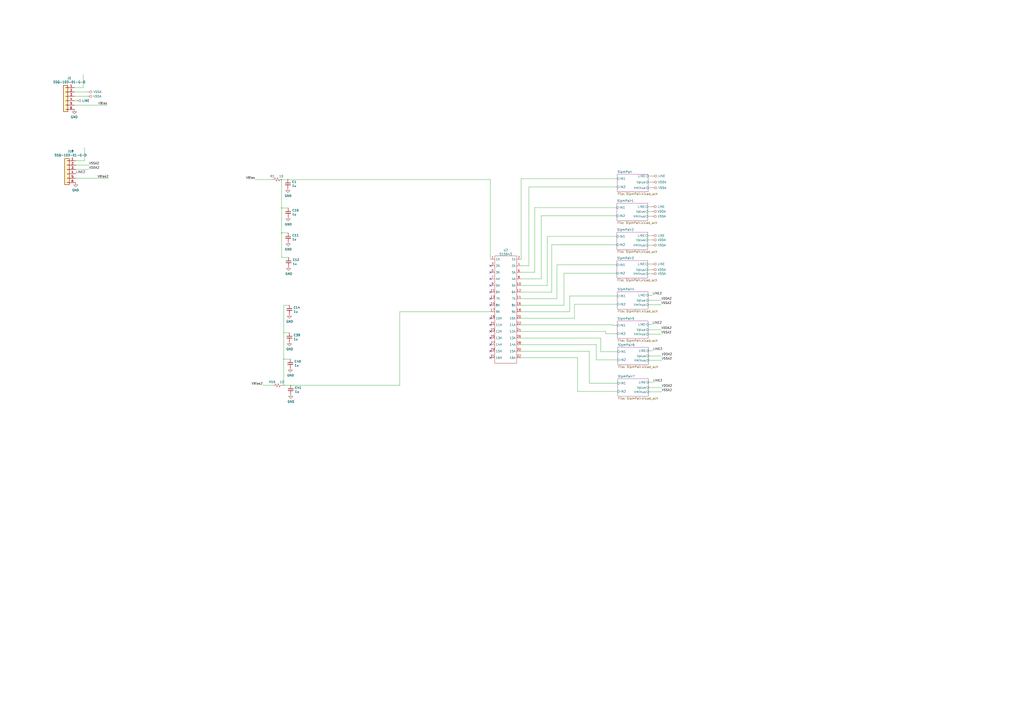
<source format=kicad_sch>
(kicad_sch (version 20211123) (generator eeschema)
  (paper "A2")
  (lib_symbols
    (symbol "Connector_Generic:Conn_01x06" (pin_names (offset 1.016) hide)
      (property "Reference" "J" (at 0 7.62 0))
      (property "Value" "Conn_01x06" (at 0 -10.16 0))
      (symbol "Conn_01x06_1_1"
        (rectangle (start -1.27 -7.493) (end 0 -7.747) (stroke (width 0.1524)))
        (rectangle (start -1.27 -4.953) (end 0 -5.207) (stroke (width 0.1524)))
        (rectangle (start -1.27 -2.413) (end 0 -2.667) (stroke (width 0.1524)))
        (rectangle (start -1.27 0.127) (end 0 -0.127) (stroke (width 0.1524)))
        (rectangle (start -1.27 2.667) (end 0 2.413) (stroke (width 0.1524)))
        (rectangle (start -1.27 5.207) (end 0 4.953) (stroke (width 0.1524)))
        (rectangle (start -1.27 6.35) (end 1.27 -8.89) (stroke (width 0.254)) (fill (type background)))
        (pin passive line (at -5.08 5.08 0) (length 3.81) (name "Pin_1") (number "1"))
        (pin passive line (at -5.08 2.54 0) (length 3.81) (name "Pin_2") (number "2"))
        (pin passive line (at -5.08 0 0) (length 3.81) (name "Pin_3") (number "3"))
        (pin passive line (at -5.08 -2.54 0) (length 3.81) (name "Pin_4") (number "4"))
        (pin passive line (at -5.08 -5.08 0) (length 3.81) (name "Pin_5") (number "5"))
        (pin passive line (at -5.08 -7.62 0) (length 3.81) (name "Pin_6") (number "6"))
      )
    )
    (symbol "Device:C_Small" (pin_numbers hide) (pin_names (offset 0.254) hide)
      (property "Reference" "C" (at 0.254 1.778 0))
      (property "Value" "C_Small" (at 0.254 -2.032 0))
      (symbol "C_Small_0_1"
        (polyline (pts (xy -1.524 -0.508) (xy 1.524 -0.508)) (stroke (width 0.3302)))
        (polyline (pts (xy -1.524 0.508) (xy 1.524 0.508)) (stroke (width 0.3048)))
      )
      (symbol "C_Small_1_1"
        (pin passive line (at 0 2.54 270) (length 2.032) (name "~") (number "1"))
        (pin passive line (at 0 -2.54 90) (length 2.032) (name "~") (number "2"))
      )
    )
    (symbol "Device:R_Small_US" (pin_numbers hide) (pin_names (offset 0.254) hide)
      (property "Reference" "R" (at 0.762 0.508 0))
      (property "Value" "R_Small_US" (at 0.762 -1.016 0))
      (symbol "R_Small_US_1_1"
        (polyline (pts (xy 0 0) (xy 1.016 -0.381) (xy 0 -0.762) (xy -1.016 -1.143) (xy 0 -1.524)))
        (polyline (pts (xy 0 1.524) (xy 1.016 1.143) (xy 0 0.762) (xy -1.016 0.381) (xy 0 0)))
        (pin passive line (at 0 2.54 270) (length 1.016) (name "~") (number "1"))
        (pin passive line (at 0 -2.54 90) (length 1.016) (name "~") (number "2"))
      )
    )
    (symbol "power:GND" (power) (pin_names (offset 0))
      (property "Value" "GND" (at 0 -3.81 0))
      (symbol "GND_0_1"
        (polyline (pts (xy 0 0) (xy 0 -1.27) (xy 1.27 -1.27) (xy 0 -2.54) (xy -1.27 -1.27) (xy 0 -1.27)))
      )
      (symbol "GND_1_1"
        (pin power_in line (at 0 0 270) (length 0) hide (name "GND") (number "1"))
      )
    )
    (symbol "power:LINE" (power) (pin_names (offset 0))
      (property "Value" "LINE" (at 0 3.81 0))
      (symbol "LINE_0_1"
        (polyline (pts (xy 0 0) (xy 0 1.27)))
        (circle (center 0 1.905) (radius 0.635))
      )
      (symbol "LINE_1_1"
        (pin power_in line (at 0 0 90) (length 0) hide (name "LINE") (number "1"))
      )
    )
    (symbol "power:VDDA" (power) (pin_names (offset 0))
      (property "Value" "VDDA" (at 0 3.81 0))
      (symbol "VDDA_0_1"
        (polyline (pts (xy 0 0) (xy 0 1.27)))
        (circle (center 0 1.905) (radius 0.635))
      )
      (symbol "VDDA_1_1"
        (pin power_in line (at 0 0 90) (length 0) hide (name "VDDA") (number "1"))
      )
    )
    (symbol "power:VSSA" (power) (pin_names (offset 0))
      (property "Value" "VSSA" (at 0 3.81 0))
      (symbol "VSSA_0_1"
        (polyline (pts (xy 0 0) (xy 0 1.27)))
        (circle (center 0 1.905) (radius 0.635))
      )
      (symbol "VSSA_1_1"
        (pin power_in line (at 0 0 90) (length 0) hide (name "VSSA") (number "1"))
      )
    )
    (symbol "sipm:S15643"
      (property "Reference" "U" (at 0 21.59 0))
      (property "Value" "S15643" (at 0 24.13 0))
      (symbol "S15643_0_1"
        (rectangle (start -6.35 19.685) (end 6.35 -42.545) (stroke (width 0.1524)))
      )
      (symbol "S15643_1_1"
        (pin input line (at -8.89 17.78 0) (length 2.54) (name "1K") (number "1"))
        (pin output line (at 8.89 2.54 180) (length 2.54) (name "5A") (number "10"))
        (pin input line (at -8.89 -1.27 0) (length 2.54) (name "6K") (number "11"))
        (pin output line (at 8.89 -1.27 180) (length 2.54) (name "6A") (number "12"))
        (pin input line (at -8.89 -5.08 0) (length 2.54) (name "7K") (number "13"))
        (pin output line (at 8.89 -5.08 180) (length 2.54) (name "7A") (number "14"))
        (pin input line (at -8.89 -8.89 0) (length 2.54) (name "8K") (number "15"))
        (pin output line (at 8.89 -8.89 180) (length 2.54) (name "8A") (number "16"))
        (pin input line (at -8.89 -12.7 0) (length 2.54) (name "9K") (number "17"))
        (pin output line (at 8.89 -12.7 180) (length 2.54) (name "9A") (number "18"))
        (pin input line (at -8.89 -16.51 0) (length 2.54) (name "10K") (number "19"))
        (pin output line (at 8.89 17.78 180) (length 2.54) (name "1A") (number "2"))
        (pin output line (at 8.89 -16.51 180) (length 2.54) (name "10A") (number "20"))
        (pin input line (at -8.89 -20.32 0) (length 2.54) (name "11K") (number "21"))
        (pin output line (at 8.89 -20.32 180) (length 2.54) (name "11A") (number "22"))
        (pin input line (at -8.89 -24.13 0) (length 2.54) (name "12K") (number "23"))
        (pin output line (at 8.89 -24.13 180) (length 2.54) (name "12A") (number "24"))
        (pin input line (at -8.89 -27.94 0) (length 2.54) (name "13K") (number "25"))
        (pin output line (at 8.89 -27.94 180) (length 2.54) (name "13A") (number "26"))
        (pin input line (at -8.89 -31.75 0) (length 2.54) (name "14K") (number "27"))
        (pin output line (at 8.89 -31.75 180) (length 2.54) (name "14A") (number "28"))
        (pin input line (at -8.89 -35.56 0) (length 2.54) (name "15K") (number "29"))
        (pin input line (at -8.89 13.97 0) (length 2.54) (name "2K") (number "3"))
        (pin output line (at 8.89 -35.56 180) (length 2.54) (name "15A") (number "30"))
        (pin input line (at -8.89 -39.37 0) (length 2.54) (name "16K") (number "31"))
        (pin output line (at 8.89 -39.37 180) (length 2.54) (name "16A") (number "32"))
        (pin output line (at 8.89 13.97 180) (length 2.54) (name "2A") (number "4"))
        (pin input line (at -8.89 10.16 0) (length 2.54) (name "3K") (number "5"))
        (pin output line (at 8.89 10.16 180) (length 2.54) (name "3A") (number "6"))
        (pin input line (at -8.89 6.35 0) (length 2.54) (name "4K") (number "7"))
        (pin output line (at 8.89 6.35 180) (length 2.54) (name "4A") (number "8"))
        (pin input line (at -8.89 2.54 0) (length 2.54) (name "5K") (number "9"))
      )
    )
  )
  (junction (at 163.322 135.128) (diameter 0.3048))
  (junction (at 163.322 104.14) (diameter 0.3048))
  (junction (at 164.592 223.52) (diameter 0.3048))
  (junction (at 168.656 223.52) (diameter 0.3048))
  (junction (at 167.005 104.14) (diameter 0.3048))
  (junction (at 163.322 120.65) (diameter 0.3048))
  (junction (at 164.592 193.04) (diameter 0.3048))
  (junction (at 164.592 208.28) (diameter 0.3048))
  (no_connect (at 284.48 154.178))
  (no_connect (at 284.48 157.988))
  (no_connect (at 284.48 161.798))
  (no_connect (at 284.48 165.608))
  (no_connect (at 284.48 169.418))
  (no_connect (at 284.48 173.228))
  (no_connect (at 284.48 177.038))
  (no_connect (at 284.48 184.658))
  (no_connect (at 284.48 188.468))
  (no_connect (at 284.48 192.278))
  (no_connect (at 284.48 196.088))
  (no_connect (at 284.48 199.898))
  (no_connect (at 284.48 203.708))
  (no_connect (at 284.48 207.518))
  (wire (pts (xy 43.18 53.34) (xy 50.8 53.34)))
  (wire (pts (xy 43.18 60.96) (xy 62.23 60.96)))
  (wire (pts (xy 163.576 223.52) (xy 164.592 223.52)))
  (wire (pts (xy 164.592 223.52) (xy 168.656 223.52)))
  (wire (pts (xy 48.26 43.18) (xy 48.26 50.8)))
  (wire (pts (xy 43.18 58.42) (xy 44.45 58.42)))
  (wire (pts (xy 164.592 177.038) (xy 167.894 177.038)))
  (wire (pts (xy 43.942 93.218) (xy 49.022 93.218)))
  (wire (pts (xy 306.832 108.458) (xy 306.832 154.178)))
  (wire (pts (xy 306.832 154.178) (xy 302.26 154.178)))
  (wire (pts (xy 375.666 119.888) (xy 378.206 119.888)))
  (wire (pts (xy 302.26 180.848) (xy 330.454 180.848)))
  (wire (pts (xy 330.454 171.704) (xy 358.14 171.704)))
  (wire (pts (xy 330.454 180.848) (xy 330.454 171.704)))
  (wire (pts (xy 163.322 135.128) (xy 163.322 120.65)))
  (wire (pts (xy 335.026 207.518) (xy 302.26 207.518)))
  (wire (pts (xy 335.026 227.076) (xy 335.026 207.518)))
  (wire (pts (xy 358.394 227.076) (xy 335.026 227.076)))
  (wire (pts (xy 163.322 135.128) (xy 167.132 135.128)))
  (wire (pts (xy 323.088 153.67) (xy 323.088 173.228)))
  (wire (pts (xy 323.088 173.228) (xy 302.26 173.228)))
  (wire (pts (xy 357.886 153.67) (xy 323.088 153.67)))
  (wire (pts (xy 358.14 103.632) (xy 302.26 103.632)))
  (wire (pts (xy 375.92 176.784) (xy 383.54 176.784)))
  (wire (pts (xy 164.592 193.04) (xy 167.894 193.04)))
  (wire (pts (xy 164.592 208.28) (xy 164.592 223.52)))
  (wire (pts (xy 302.26 188.468) (xy 355.346 188.468)))
  (wire (pts (xy 355.346 188.468) (xy 355.346 188.722)))
  (wire (pts (xy 355.346 188.722) (xy 358.14 188.722)))
  (wire (pts (xy 163.322 135.128) (xy 163.322 149.352)))
  (wire (pts (xy 376.174 221.742) (xy 378.714 221.742)))
  (wire (pts (xy 164.592 193.04) (xy 164.592 208.28)))
  (wire (pts (xy 375.92 105.664) (xy 378.46 105.664)))
  (wire (pts (xy 376.174 206.502) (xy 383.794 206.502)))
  (wire (pts (xy 163.195 104.14) (xy 163.322 104.14)))
  (wire (pts (xy 163.322 104.14) (xy 167.005 104.14)))
  (wire (pts (xy 167.005 104.14) (xy 284.48 104.14)))
  (wire (pts (xy 306.832 108.458) (xy 358.14 108.458)))
  (wire (pts (xy 375.666 122.682) (xy 378.206 122.682)))
  (wire (pts (xy 43.18 55.88) (xy 50.8 55.88)))
  (wire (pts (xy 43.942 95.758) (xy 51.562 95.758)))
  (wire (pts (xy 375.92 188.214) (xy 378.46 188.214)))
  (wire (pts (xy 376.174 209.042) (xy 383.794 209.042)))
  (wire (pts (xy 375.92 193.802) (xy 383.54 193.802)))
  (wire (pts (xy 376.174 224.79) (xy 383.794 224.79)))
  (wire (pts (xy 302.26 196.088) (xy 348.488 196.088)))
  (wire (pts (xy 348.488 196.088) (xy 348.488 203.962)))
  (wire (pts (xy 348.488 203.962) (xy 358.394 203.962)))
  (wire (pts (xy 302.26 157.988) (xy 310.134 157.988)))
  (wire (pts (xy 310.134 120.396) (xy 357.886 120.396)))
  (wire (pts (xy 310.134 157.988) (xy 310.134 120.396)))
  (wire (pts (xy 164.592 177.038) (xy 164.592 193.04)))
  (wire (pts (xy 231.902 180.848) (xy 284.48 180.848)))
  (wire (pts (xy 231.902 223.52) (xy 231.902 180.848)))
  (wire (pts (xy 168.656 223.52) (xy 231.902 223.52)))
  (wire (pts (xy 320.04 141.986) (xy 320.04 169.418)))
  (wire (pts (xy 320.04 169.418) (xy 302.26 169.418)))
  (wire (pts (xy 357.886 141.986) (xy 320.04 141.986)))
  (wire (pts (xy 313.944 125.222) (xy 313.944 161.798)))
  (wire (pts (xy 313.944 161.798) (xy 302.26 161.798)))
  (wire (pts (xy 357.886 125.222) (xy 313.944 125.222)))
  (wire (pts (xy 375.666 139.192) (xy 378.206 139.192)))
  (wire (pts (xy 345.948 199.898) (xy 302.26 199.898)))
  (wire (pts (xy 345.948 208.788) (xy 345.948 199.898)))
  (wire (pts (xy 358.394 208.788) (xy 345.948 208.788)))
  (wire (pts (xy 163.322 104.14) (xy 163.322 120.65)))
  (wire (pts (xy 43.18 50.8) (xy 48.26 50.8)))
  (wire (pts (xy 375.666 156.464) (xy 378.206 156.464)))
  (wire (pts (xy 302.26 165.608) (xy 317.5 165.608)))
  (wire (pts (xy 317.5 137.16) (xy 357.886 137.16)))
  (wire (pts (xy 317.5 165.608) (xy 317.5 137.16)))
  (wire (pts (xy 302.26 203.708) (xy 341.884 203.708)))
  (wire (pts (xy 341.884 203.708) (xy 341.884 222.25)))
  (wire (pts (xy 341.884 222.25) (xy 358.394 222.25)))
  (wire (pts (xy 375.92 102.108) (xy 378.46 102.108)))
  (wire (pts (xy 152.4 223.52) (xy 158.496 223.52)))
  (wire (pts (xy 147.955 104.14) (xy 158.115 104.14)))
  (wire (pts (xy 302.26 192.278) (xy 351.282 192.278)))
  (wire (pts (xy 351.282 193.548) (xy 351.282 192.278)))
  (wire (pts (xy 358.14 193.548) (xy 351.282 193.548)))
  (wire (pts (xy 302.26 177.038) (xy 327.152 177.038)))
  (wire (pts (xy 327.152 158.496) (xy 357.886 158.496)))
  (wire (pts (xy 327.152 177.038) (xy 327.152 158.496)))
  (wire (pts (xy 302.26 103.632) (xy 302.26 150.368)))
  (wire (pts (xy 163.322 149.352) (xy 167.386 149.352)))
  (wire (pts (xy 375.666 136.652) (xy 378.206 136.652)))
  (wire (pts (xy 164.592 208.28) (xy 168.402 208.28)))
  (wire (pts (xy 375.92 108.966) (xy 378.46 108.966)))
  (wire (pts (xy 375.666 158.75) (xy 378.206 158.75)))
  (wire (pts (xy 375.92 171.196) (xy 378.46 171.196)))
  (wire (pts (xy 163.322 120.65) (xy 167.132 120.65)))
  (wire (pts (xy 375.92 174.244) (xy 383.54 174.244)))
  (wire (pts (xy 375.666 142.24) (xy 378.206 142.24)))
  (wire (pts (xy 333.248 176.53) (xy 333.248 184.658)))
  (wire (pts (xy 333.248 184.658) (xy 302.26 184.658)))
  (wire (pts (xy 358.14 176.53) (xy 333.248 176.53)))
  (wire (pts (xy 49.022 85.598) (xy 49.022 93.218)))
  (wire (pts (xy 376.174 227.33) (xy 383.794 227.33)))
  (wire (pts (xy 376.174 203.454) (xy 378.714 203.454)))
  (wire (pts (xy 284.48 104.14) (xy 284.48 150.368)))
  (wire (pts (xy 43.942 103.378) (xy 62.992 103.378)))
  (wire (pts (xy 375.666 153.162) (xy 378.206 153.162)))
  (wire (pts (xy 375.666 125.476) (xy 378.206 125.476)))
  (wire (pts (xy 375.92 191.262) (xy 383.54 191.262)))
  (wire (pts (xy 43.942 98.298) (xy 51.562 98.298)))
  (label "VBias" (at 147.955 104.14 180))
  (label "VBias" (at 62.23 60.96 180))
  (label "LINE2" (at 378.714 221.742 0))
  (label "VDDA2" (at 51.562 98.298 0))
  (label "VSSA2" (at 383.794 209.042 0))
  (label "VDDA2" (at 383.54 174.244 0))
  (label "VBias2" (at 62.992 103.378 180))
  (label "LINE2" (at 378.46 171.196 0))
  (label "LINE2" (at 378.714 203.454 0))
  (label "VDDA2" (at 383.5291 191.262 0))
  (label "VSSA2" (at 383.54 193.802 0))
  (label "VDDA2" (at 383.794 206.502 0))
  (label "VSSA2" (at 383.794 227.33 0))
  (label "LINE2" (at 378.4067 188.214 0))
  (label "VSSA2" (at 383.54 176.784 0))
  (label "LINE2" (at 43.942 100.838 0))
  (label "VSSA2" (at 51.562 95.758 0))
  (label "VDDA2" (at 383.794 224.79 0))
  (label "VBias2" (at 152.4 223.52 180))
  (symbol (lib_id "sipm:S15643") (at 293.37 168.148 0) (unit 1)
    (property "Reference" "U2" (at 293.37 145.0806 0))
    (property "Value" "S15643" (at 293.37 147.3793 0))
    (property "Footprint" "S13615-1025:AF210729-S14160-x16" (effects hide))
  )
  (symbol (lib_id "power:GND") (at 167.005 109.22 0) (unit 1)
    (property "Reference" "#PWR0101" (effects hide))
    (property "Value" "GND" (at 167.132 113.6142 0))
  )
  (symbol (lib_id "power:GND") (at 167.894 198.12 0) (unit 1)
    (property "Reference" "#PWR0167" (effects hide))
    (property "Value" "GND" (at 168.021 202.5142 0))
  )
  (symbol (lib_id "Device:C_Small") (at 167.132 123.19 0) (unit 1)
    (property "Reference" "C10" (at 169.4688 122.0216 0) (effects (justify left)))
    (property "Value" "1u" (at 169.4688 124.333 0) (effects (justify left)))
    (property "Footprint" "Capacitor_SMD:C_0805_2012Metric" (effects hide))
  )
  (symbol (lib_id "power:VDDA") (at 378.46 105.664 270) (mirror x) (unit 1)
    (property "Reference" "#PWR0172" (effects hide))
    (property "Value" "VDDA" (at 381.635 105.664 90) (effects (justify left)))
  )
  (symbol (lib_id "power:VDDA") (at 378.206 122.682 270) (mirror x) (unit 1)
    (property "Reference" "#PWR0173" (effects hide))
    (property "Value" "VDDA" (at 381.381 122.682 90) (effects (justify left)))
  )
  (symbol (lib_id "Device:C_Small") (at 167.894 179.578 0) (unit 1)
    (property "Reference" "C14" (at 170.2308 178.4096 0) (effects (justify left)))
    (property "Value" "1u" (at 170.2308 180.721 0) (effects (justify left)))
    (property "Footprint" "Capacitor_SMD:C_0805_2012Metric" (effects hide))
  )
  (symbol (lib_id "power:VSSA") (at 378.206 142.24 270) (mirror x) (unit 1)
    (property "Reference" "#PWR0108" (effects hide))
    (property "Value" "VSSA" (at 383.921 142.24 90))
  )
  (symbol (lib_id "power:VSSA") (at 378.46 108.966 270) (mirror x) (unit 1)
    (property "Reference" "#PWR0170" (effects hide))
    (property "Value" "VSSA" (at 384.175 108.966 90))
  )
  (symbol (lib_id "power:VSSA") (at 50.8 53.34 270) (mirror x) (unit 1)
    (property "Reference" "#PWR0138" (effects hide))
    (property "Value" "VSSA" (at 56.515 53.34 90))
  )
  (symbol (lib_id "power:GND") (at 167.132 125.73 0) (unit 1)
    (property "Reference" "#PWR0103" (effects hide))
    (property "Value" "GND" (at 167.259 130.1242 0))
  )
  (symbol (lib_id "power:GND") (at 43.18 63.5 0) (mirror y) (unit 1)
    (property "Reference" "#PWR0137" (effects hide))
    (property "Value" "GND" (at 43.053 67.8942 0))
  )
  (symbol (lib_id "power:GND") (at 167.386 154.432 0) (unit 1)
    (property "Reference" "#PWR0122" (effects hide))
    (property "Value" "GND" (at 167.513 158.8262 0))
  )
  (symbol (lib_id "power:GND") (at 167.132 140.208 0) (unit 1)
    (property "Reference" "#PWR0117" (effects hide))
    (property "Value" "GND" (at 167.259 144.6022 0))
  )
  (symbol (lib_id "Device:C_Small") (at 168.402 210.82 0) (unit 1)
    (property "Reference" "C40" (at 170.7388 209.6516 0) (effects (justify left)))
    (property "Value" "1u" (at 170.7388 211.963 0) (effects (justify left)))
    (property "Footprint" "Capacitor_SMD:C_0805_2012Metric" (effects hide))
  )
  (symbol (lib_id "Device:R_Small_US") (at 160.655 104.14 90) (unit 1)
    (property "Reference" "R1" (at 159.385 102.235 90) (effects (justify left)))
    (property "Value" "10" (at 164.465 102.235 90) (effects (justify left)))
    (property "Footprint" "R_0402_1005Metric" (effects hide))
  )
  (symbol (lib_id "power:LINE") (at 378.206 136.652 270) (mirror x) (unit 1)
    (property "Reference" "#PWR0106" (effects hide))
    (property "Value" "LINE" (at 381.381 136.652 90) (effects (justify left)))
  )
  (symbol (lib_id "Device:C_Small") (at 167.894 195.58 0) (unit 1)
    (property "Reference" "C39" (at 170.2308 194.4116 0) (effects (justify left)))
    (property "Value" "1u" (at 170.2308 196.723 0) (effects (justify left)))
    (property "Footprint" "Capacitor_SMD:C_0805_2012Metric" (effects hide))
  )
  (symbol (lib_id "power:VDDA") (at 378.206 139.192 270) (mirror x) (unit 1)
    (property "Reference" "#PWR0107" (effects hide))
    (property "Value" "VDDA" (at 381.381 139.192 90) (effects (justify left)))
  )
  (symbol (lib_id "power:VDDA") (at 50.8 55.88 270) (mirror x) (unit 1)
    (property "Reference" "#PWR0136" (effects hide))
    (property "Value" "VDDA" (at 53.975 55.88 90) (effects (justify left)))
  )
  (symbol (lib_id "power:LINE") (at 378.46 102.108 270) (mirror x) (unit 1)
    (property "Reference" "#PWR0171" (effects hide))
    (property "Value" "LINE" (at 381.635 102.108 90) (effects (justify left)))
  )
  (symbol (lib_id "power:LINE") (at 44.45 58.42 270) (mirror x) (unit 1)
    (property "Reference" "#PWR0135" (effects hide))
    (property "Value" "LINE" (at 47.625 58.42 90) (effects (justify left)))
  )
  (symbol (lib_id "power:GND") (at 167.894 182.118 0) (unit 1)
    (property "Reference" "#PWR0124" (effects hide))
    (property "Value" "GND" (at 168.021 186.5122 0))
  )
  (symbol (lib_id "power:GND") (at 168.656 228.6 0) (unit 1)
    (property "Reference" "#PWR0169" (effects hide))
    (property "Value" "GND" (at 168.783 232.9942 0))
  )
  (symbol (lib_id "power:VSSA") (at 378.206 158.75 270) (mirror x) (unit 1)
    (property "Reference" "#PWR0115" (effects hide))
    (property "Value" "VSSA" (at 383.921 158.75 90))
  )
  (symbol (lib_id "power:LINE") (at 378.206 153.162 270) (mirror x) (unit 1)
    (property "Reference" "#PWR0114" (effects hide))
    (property "Value" "LINE" (at 381.381 153.162 90) (effects (justify left)))
  )
  (symbol (lib_id "Device:C_Small") (at 167.132 137.668 0) (unit 1)
    (property "Reference" "C11" (at 169.4688 136.4996 0) (effects (justify left)))
    (property "Value" "1u" (at 169.4688 138.811 0) (effects (justify left)))
    (property "Footprint" "Capacitor_SMD:C_0805_2012Metric" (effects hide))
  )
  (symbol (lib_id "Connector_Generic:Conn_01x06") (at 38.862 98.298 0) (mirror y) (unit 1)
    (property "Reference" "J18" (at 40.9448 87.7062 0))
    (property "Value" "SSQ-103-01-G-D" (at 40.9448 90.0176 0))
    (property "Footprint" "footprints:PinHeader_2x03_P2.54mm_Vertical" (effects hide))
  )
  (symbol (lib_id "Connector_Generic:Conn_01x06") (at 38.1 55.88 0) (mirror y) (unit 1)
    (property "Reference" "J1" (at 40.1828 45.2882 0))
    (property "Value" "SSQ-103-01-G-D" (at 40.1828 47.5996 0))
    (property "Footprint" "footprints:PinHeader_2x03_P2.54mm_Vertical" (effects hide))
  )
  (symbol (lib_id "Device:C_Small") (at 167.005 106.68 0) (unit 1)
    (property "Reference" "C1" (at 169.3418 105.5116 0) (effects (justify left)))
    (property "Value" "1u" (at 169.3418 107.823 0) (effects (justify left)))
    (property "Footprint" "Capacitor_SMD:C_0805_2012Metric" (effects hide))
  )
  (symbol (lib_id "Device:C_Small") (at 168.656 226.06 0) (unit 1)
    (property "Reference" "C41" (at 170.9928 224.8916 0) (effects (justify left)))
    (property "Value" "1u" (at 170.9928 227.203 0) (effects (justify left)))
    (property "Footprint" "Capacitor_SMD:C_0805_2012Metric" (effects hide))
  )
  (symbol (lib_id "power:GND") (at 168.402 213.36 0) (unit 1)
    (property "Reference" "#PWR0166" (effects hide))
    (property "Value" "GND" (at 168.529 217.7542 0))
  )
  (symbol (lib_id "Device:C_Small") (at 167.386 151.892 0) (unit 1)
    (property "Reference" "C12" (at 169.7228 150.7236 0) (effects (justify left)))
    (property "Value" "1u" (at 169.7228 153.035 0) (effects (justify left)))
    (property "Footprint" "Capacitor_SMD:C_0805_2012Metric" (effects hide))
  )
  (symbol (lib_id "power:GND") (at 43.942 105.918 0) (mirror y) (unit 1)
    (property "Reference" "#PWR0123" (effects hide))
    (property "Value" "GND" (at 43.815 110.3122 0))
  )
  (symbol (lib_id "power:LINE") (at 378.206 119.888 270) (mirror x) (unit 1)
    (property "Reference" "#PWR0174" (effects hide))
    (property "Value" "LINE" (at 381.381 119.888 90) (effects (justify left)))
  )
  (symbol (lib_id "power:VSSA") (at 378.206 125.476 270) (mirror x) (unit 1)
    (property "Reference" "#PWR0175" (effects hide))
    (property "Value" "VSSA" (at 383.921 125.476 90))
  )
  (symbol (lib_id "Device:R_Small_US") (at 161.036 223.52 90) (unit 1)
    (property "Reference" "R59" (at 159.766 221.615 90) (effects (justify left)))
    (property "Value" "10" (at 164.846 221.615 90) (effects (justify left)))
    (property "Footprint" "R_0402_1005Metric" (effects hide))
  )
  (symbol (lib_id "power:VDDA") (at 378.206 156.464 270) (mirror x) (unit 1)
    (property "Reference" "#PWR0110" (effects hide))
    (property "Value" "VDDA" (at 381.381 156.464 90) (effects (justify left)))
  )
  (sheet (at 357.886 151.13) (size 17.78 10.16) (stroke (width 0.0006) (color 132 0 132 1)) (fill (color 255 255 255 0.0000))
    (property "Sheet name" "SipmPair3" (at 357.886 150.4943 0) (effects (justify left bottom)))
    (property "Sheet file" "SipmPair.kicad_sch" (at 357.886 161.7987 0) (effects (justify left top)))
    (pin "IN2" input (at 357.886 158.496 180))
    (pin "IN1" input (at 357.886 153.67 180))
    (pin "LINE" input (at 375.666 153.162 0))
    (pin "Vplus" input (at 375.666 156.464 0))
    (pin "Vminus" input (at 375.666 158.75 0))
  )
  (sheet (at 358.394 201.422) (size 17.78 10.16) (stroke (width 0.0006) (color 132 0 132 1)) (fill (color 255 255 255 0.0000))
    (property "Sheet name" "SipmPair6" (at 358.394 200.7863 0) (effects (justify left bottom)))
    (property "Sheet file" "SipmPair.kicad_sch" (at 358.394 212.0907 0) (effects (justify left top)))
    (pin "IN2" input (at 358.394 208.788 180))
    (pin "IN1" input (at 358.394 203.962 180))
    (pin "LINE" input (at 376.174 203.454 0))
    (pin "Vplus" input (at 376.174 206.502 0))
    (pin "Vminus" input (at 376.174 209.042 0))
  )
  (sheet (at 358.14 169.164) (size 17.78 10.16) (stroke (width 0.0006) (color 132 0 132 1)) (fill (color 255 255 255 0.0000))
    (property "Sheet name" "SipmPair4" (at 358.14 168.5283 0) (effects (justify left bottom)))
    (property "Sheet file" "SipmPair.kicad_sch" (at 358.14 179.8327 0) (effects (justify left top)))
    (pin "IN2" input (at 358.14 176.53 180))
    (pin "IN1" input (at 358.14 171.704 180))
    (pin "LINE" input (at 375.92 171.196 0))
    (pin "Vplus" input (at 375.92 174.244 0))
    (pin "Vminus" input (at 375.92 176.784 0))
  )
  (sheet (at 357.886 134.62) (size 17.78 10.16) (stroke (width 0.0006) (color 132 0 132 1)) (fill (color 255 255 255 0.0000))
    (property "Sheet name" "SipmPair2" (at 357.886 133.9843 0) (effects (justify left bottom)))
    (property "Sheet file" "SipmPair.kicad_sch" (at 357.886 145.2887 0) (effects (justify left top)))
    (pin "IN2" input (at 357.886 141.986 180))
    (pin "IN1" input (at 357.886 137.16 180))
    (pin "LINE" input (at 375.666 136.652 0))
    (pin "Vplus" input (at 375.666 139.192 0))
    (pin "Vminus" input (at 375.666 142.24 0))
  )
  (sheet (at 357.886 117.856) (size 17.78 10.16) (stroke (width 0.0006) (color 132 0 132 1)) (fill (color 255 255 255 0.0000))
    (property "Sheet name" "SipmPair1" (at 357.886 117.2203 0) (effects (justify left bottom)))
    (property "Sheet file" "SipmPair.kicad_sch" (at 357.886 128.5247 0) (effects (justify left top)))
    (pin "IN2" input (at 357.886 125.222 180))
    (pin "IN1" input (at 357.886 120.396 180))
    (pin "LINE" input (at 375.666 119.888 0))
    (pin "Vminus" input (at 375.666 125.476 0))
    (pin "Vplus" input (at 375.666 122.682 0))
  )
  (sheet (at 358.394 219.71) (size 17.78 10.16) (stroke (width 0.0006) (color 132 0 132 1)) (fill (color 255 255 255 0.0000))
    (property "Sheet name" "SipmPair7" (at 358.394 219.0743 0) (effects (justify left bottom)))
    (property "Sheet file" "SipmPair.kicad_sch" (at 358.394 230.3787 0) (effects (justify left top)))
    (pin "IN2" input (at 358.394 227.076 180))
    (pin "IN1" input (at 358.394 222.25 180))
    (pin "LINE" input (at 376.174 221.742 0))
    (pin "Vminus" input (at 376.174 227.33 0))
    (pin "Vplus" input (at 376.174 224.79 0))
  )
  (sheet (at 358.14 101.092) (size 17.78 10.16) (stroke (width 0.0006) (color 132 0 132 1)) (fill (color 255 255 255 0.0000))
    (property "Sheet name" "SipmPair" (at 358.14 100.4563 0) (effects (justify left bottom)))
    (property "Sheet file" "SipmPair.kicad_sch" (at 358.14 111.7607 0) (effects (justify left top)))
    (pin "IN2" input (at 358.14 108.458 180))
    (pin "IN1" input (at 358.14 103.632 180))
    (pin "LINE" input (at 375.92 102.108 0))
    (pin "Vplus" input (at 375.92 105.664 0))
    (pin "Vminus" input (at 375.92 108.966 0))
  )
  (sheet (at 358.14 186.182) (size 17.78 10.16) (stroke (width 0.0006) (color 132 0 132 1)) (fill (color 255 255 255 0.0000))
    (property "Sheet name" "SipmPair5" (at 358.14 185.5463 0) (effects (justify left bottom)))
    (property "Sheet file" "SipmPair.kicad_sch" (at 358.14 196.8507 0) (effects (justify left top)))
    (pin "IN2" input (at 358.14 193.548 180))
    (pin "IN1" input (at 358.14 188.722 180))
    (pin "LINE" input (at 375.92 188.214 0))
    (pin "Vplus" input (at 375.92 191.262 0))
    (pin "Vminus" input (at 375.92 193.802 0))
  )
)
</source>
